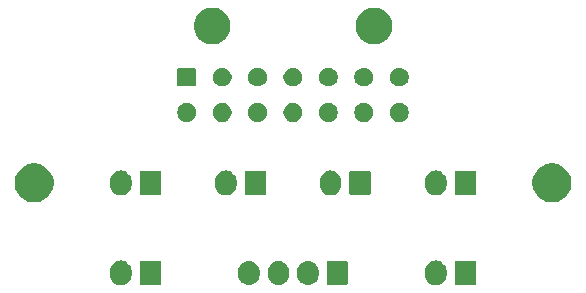
<source format=gbr>
G04 #@! TF.GenerationSoftware,KiCad,Pcbnew,(5.1.5)-3*
G04 #@! TF.CreationDate,2021-06-02T01:16:35-04:00*
G04 #@! TF.ProjectId,Toolhead_PCB,546f6f6c-6865-4616-945f-5043422e6b69,rev?*
G04 #@! TF.SameCoordinates,Original*
G04 #@! TF.FileFunction,Soldermask,Top*
G04 #@! TF.FilePolarity,Negative*
%FSLAX46Y46*%
G04 Gerber Fmt 4.6, Leading zero omitted, Abs format (unit mm)*
G04 Created by KiCad (PCBNEW (5.1.5)-3) date 2021-06-02 01:16:35*
%MOMM*%
%LPD*%
G04 APERTURE LIST*
%ADD10C,0.100000*%
G04 APERTURE END LIST*
D10*
G36*
X85611627Y-106582037D02*
G01*
X85781466Y-106633557D01*
X85937991Y-106717222D01*
X85961359Y-106736400D01*
X86075186Y-106829814D01*
X86158448Y-106931271D01*
X86187778Y-106967009D01*
X86271443Y-107123534D01*
X86322963Y-107293374D01*
X86336000Y-107425743D01*
X86336000Y-107814258D01*
X86322963Y-107946627D01*
X86271443Y-108116466D01*
X86187778Y-108272991D01*
X86158448Y-108308729D01*
X86075186Y-108410186D01*
X85937989Y-108522779D01*
X85805120Y-108593799D01*
X85781465Y-108606443D01*
X85611626Y-108657963D01*
X85435000Y-108675359D01*
X85258373Y-108657963D01*
X85088534Y-108606443D01*
X84932009Y-108522778D01*
X84882822Y-108482411D01*
X84794814Y-108410186D01*
X84682221Y-108272989D01*
X84598558Y-108116467D01*
X84598557Y-108116465D01*
X84547037Y-107946626D01*
X84534000Y-107814257D01*
X84534000Y-107425742D01*
X84547037Y-107293373D01*
X84598557Y-107123534D01*
X84682222Y-106967009D01*
X84794815Y-106829815D01*
X84932010Y-106717222D01*
X85088535Y-106633557D01*
X85258374Y-106582037D01*
X85435000Y-106564641D01*
X85611627Y-106582037D01*
G37*
G36*
X112281627Y-106582037D02*
G01*
X112451466Y-106633557D01*
X112607991Y-106717222D01*
X112631359Y-106736400D01*
X112745186Y-106829814D01*
X112828448Y-106931271D01*
X112857778Y-106967009D01*
X112941443Y-107123534D01*
X112992963Y-107293374D01*
X113006000Y-107425743D01*
X113006000Y-107814258D01*
X112992963Y-107946627D01*
X112941443Y-108116466D01*
X112857778Y-108272991D01*
X112828448Y-108308729D01*
X112745186Y-108410186D01*
X112607989Y-108522779D01*
X112475120Y-108593799D01*
X112451465Y-108606443D01*
X112281626Y-108657963D01*
X112105000Y-108675359D01*
X111928373Y-108657963D01*
X111758534Y-108606443D01*
X111602009Y-108522778D01*
X111552822Y-108482411D01*
X111464814Y-108410186D01*
X111352221Y-108272989D01*
X111268558Y-108116467D01*
X111268557Y-108116465D01*
X111217037Y-107946626D01*
X111204000Y-107814257D01*
X111204000Y-107425742D01*
X111217037Y-107293373D01*
X111268557Y-107123534D01*
X111352222Y-106967009D01*
X111464815Y-106829815D01*
X111602010Y-106717222D01*
X111758535Y-106633557D01*
X111928374Y-106582037D01*
X112105000Y-106564641D01*
X112281627Y-106582037D01*
G37*
G36*
X88693600Y-106572989D02*
G01*
X88726652Y-106583015D01*
X88757103Y-106599292D01*
X88783799Y-106621201D01*
X88805708Y-106647897D01*
X88821985Y-106678348D01*
X88832011Y-106711400D01*
X88836000Y-106751903D01*
X88836000Y-108488097D01*
X88832011Y-108528600D01*
X88821985Y-108561652D01*
X88805708Y-108592103D01*
X88783799Y-108618799D01*
X88757103Y-108640708D01*
X88726652Y-108656985D01*
X88693600Y-108667011D01*
X88653097Y-108671000D01*
X87216903Y-108671000D01*
X87176400Y-108667011D01*
X87143348Y-108656985D01*
X87112897Y-108640708D01*
X87086201Y-108618799D01*
X87064292Y-108592103D01*
X87048015Y-108561652D01*
X87037989Y-108528600D01*
X87034000Y-108488097D01*
X87034000Y-106751903D01*
X87037989Y-106711400D01*
X87048015Y-106678348D01*
X87064292Y-106647897D01*
X87086201Y-106621201D01*
X87112897Y-106599292D01*
X87143348Y-106583015D01*
X87176400Y-106572989D01*
X87216903Y-106569000D01*
X88653097Y-106569000D01*
X88693600Y-106572989D01*
G37*
G36*
X115363600Y-106572989D02*
G01*
X115396652Y-106583015D01*
X115427103Y-106599292D01*
X115453799Y-106621201D01*
X115475708Y-106647897D01*
X115491985Y-106678348D01*
X115502011Y-106711400D01*
X115506000Y-106751903D01*
X115506000Y-108488097D01*
X115502011Y-108528600D01*
X115491985Y-108561652D01*
X115475708Y-108592103D01*
X115453799Y-108618799D01*
X115427103Y-108640708D01*
X115396652Y-108656985D01*
X115363600Y-108667011D01*
X115323097Y-108671000D01*
X113886903Y-108671000D01*
X113846400Y-108667011D01*
X113813348Y-108656985D01*
X113782897Y-108640708D01*
X113756201Y-108618799D01*
X113734292Y-108592103D01*
X113718015Y-108561652D01*
X113707989Y-108528600D01*
X113704000Y-108488097D01*
X113704000Y-106751903D01*
X113707989Y-106711400D01*
X113718015Y-106678348D01*
X113734292Y-106647897D01*
X113756201Y-106621201D01*
X113782897Y-106599292D01*
X113813348Y-106583015D01*
X113846400Y-106572989D01*
X113886903Y-106569000D01*
X115323097Y-106569000D01*
X115363600Y-106572989D01*
G37*
G36*
X96446627Y-106607037D02*
G01*
X96616466Y-106658557D01*
X96772991Y-106742222D01*
X96808729Y-106771552D01*
X96910186Y-106854814D01*
X96993448Y-106956271D01*
X97022778Y-106992009D01*
X97106443Y-107148534D01*
X97157963Y-107318374D01*
X97157963Y-107318376D01*
X97168538Y-107425740D01*
X97171000Y-107450743D01*
X97171000Y-107789258D01*
X97157963Y-107921627D01*
X97106443Y-108091466D01*
X97022778Y-108247991D01*
X97002262Y-108272990D01*
X96910186Y-108385186D01*
X96772989Y-108497779D01*
X96616467Y-108581442D01*
X96616465Y-108581443D01*
X96446626Y-108632963D01*
X96270000Y-108650359D01*
X96093373Y-108632963D01*
X95923534Y-108581443D01*
X95767009Y-108497778D01*
X95718173Y-108457699D01*
X95629814Y-108385186D01*
X95517221Y-108247989D01*
X95433558Y-108091467D01*
X95433557Y-108091465D01*
X95382037Y-107921626D01*
X95375518Y-107855441D01*
X95369000Y-107789259D01*
X95369000Y-107450740D01*
X95382037Y-107318375D01*
X95382037Y-107318373D01*
X95433557Y-107148534D01*
X95517222Y-106992009D01*
X95629815Y-106854815D01*
X95767010Y-106742222D01*
X95923535Y-106658557D01*
X96093374Y-106607037D01*
X96270000Y-106589641D01*
X96446627Y-106607037D01*
G37*
G36*
X98946627Y-106607037D02*
G01*
X99116466Y-106658557D01*
X99272991Y-106742222D01*
X99308729Y-106771552D01*
X99410186Y-106854814D01*
X99493448Y-106956271D01*
X99522778Y-106992009D01*
X99606443Y-107148534D01*
X99657963Y-107318374D01*
X99657963Y-107318376D01*
X99668538Y-107425740D01*
X99671000Y-107450743D01*
X99671000Y-107789258D01*
X99657963Y-107921627D01*
X99606443Y-108091466D01*
X99522778Y-108247991D01*
X99502262Y-108272990D01*
X99410186Y-108385186D01*
X99272989Y-108497779D01*
X99116467Y-108581442D01*
X99116465Y-108581443D01*
X98946626Y-108632963D01*
X98770000Y-108650359D01*
X98593373Y-108632963D01*
X98423534Y-108581443D01*
X98267009Y-108497778D01*
X98218173Y-108457699D01*
X98129814Y-108385186D01*
X98017221Y-108247989D01*
X97933558Y-108091467D01*
X97933557Y-108091465D01*
X97882037Y-107921626D01*
X97875518Y-107855441D01*
X97869000Y-107789259D01*
X97869000Y-107450740D01*
X97882037Y-107318375D01*
X97882037Y-107318373D01*
X97933557Y-107148534D01*
X98017222Y-106992009D01*
X98129815Y-106854815D01*
X98267010Y-106742222D01*
X98423535Y-106658557D01*
X98593374Y-106607037D01*
X98770000Y-106589641D01*
X98946627Y-106607037D01*
G37*
G36*
X101446627Y-106607037D02*
G01*
X101616466Y-106658557D01*
X101772991Y-106742222D01*
X101808729Y-106771552D01*
X101910186Y-106854814D01*
X101993448Y-106956271D01*
X102022778Y-106992009D01*
X102106443Y-107148534D01*
X102157963Y-107318374D01*
X102157963Y-107318376D01*
X102168538Y-107425740D01*
X102171000Y-107450743D01*
X102171000Y-107789258D01*
X102157963Y-107921627D01*
X102106443Y-108091466D01*
X102022778Y-108247991D01*
X102002262Y-108272990D01*
X101910186Y-108385186D01*
X101772989Y-108497779D01*
X101616467Y-108581442D01*
X101616465Y-108581443D01*
X101446626Y-108632963D01*
X101270000Y-108650359D01*
X101093373Y-108632963D01*
X100923534Y-108581443D01*
X100767009Y-108497778D01*
X100718173Y-108457699D01*
X100629814Y-108385186D01*
X100517221Y-108247989D01*
X100433558Y-108091467D01*
X100433557Y-108091465D01*
X100382037Y-107921626D01*
X100375518Y-107855441D01*
X100369000Y-107789259D01*
X100369000Y-107450740D01*
X100382037Y-107318375D01*
X100382037Y-107318373D01*
X100433557Y-107148534D01*
X100517222Y-106992009D01*
X100629815Y-106854815D01*
X100767010Y-106742222D01*
X100923535Y-106658557D01*
X101093374Y-106607037D01*
X101270000Y-106589641D01*
X101446627Y-106607037D01*
G37*
G36*
X104528600Y-106597989D02*
G01*
X104561652Y-106608015D01*
X104592103Y-106624292D01*
X104618799Y-106646201D01*
X104640708Y-106672897D01*
X104656985Y-106703348D01*
X104667011Y-106736400D01*
X104671000Y-106776903D01*
X104671000Y-108463097D01*
X104667011Y-108503600D01*
X104656985Y-108536652D01*
X104640708Y-108567103D01*
X104618799Y-108593799D01*
X104592103Y-108615708D01*
X104561652Y-108631985D01*
X104528600Y-108642011D01*
X104488097Y-108646000D01*
X103051903Y-108646000D01*
X103011400Y-108642011D01*
X102978348Y-108631985D01*
X102947897Y-108615708D01*
X102921201Y-108593799D01*
X102899292Y-108567103D01*
X102883015Y-108536652D01*
X102872989Y-108503600D01*
X102869000Y-108463097D01*
X102869000Y-106776903D01*
X102872989Y-106736400D01*
X102883015Y-106703348D01*
X102899292Y-106672897D01*
X102921201Y-106646201D01*
X102947897Y-106624292D01*
X102978348Y-106608015D01*
X103011400Y-106597989D01*
X103051903Y-106594000D01*
X104488097Y-106594000D01*
X104528600Y-106597989D01*
G37*
G36*
X122295256Y-98391298D02*
G01*
X122401579Y-98412447D01*
X122702042Y-98536903D01*
X122972451Y-98717585D01*
X123202415Y-98947549D01*
X123383097Y-99217958D01*
X123501387Y-99503534D01*
X123507553Y-99518422D01*
X123571000Y-99837389D01*
X123571000Y-100162611D01*
X123538375Y-100326625D01*
X123507553Y-100481579D01*
X123383097Y-100782042D01*
X123202415Y-101052451D01*
X122972451Y-101282415D01*
X122702042Y-101463097D01*
X122401579Y-101587553D01*
X122295256Y-101608702D01*
X122082611Y-101651000D01*
X121757389Y-101651000D01*
X121544744Y-101608702D01*
X121438421Y-101587553D01*
X121137958Y-101463097D01*
X120867549Y-101282415D01*
X120637585Y-101052451D01*
X120456903Y-100782042D01*
X120332447Y-100481579D01*
X120301625Y-100326625D01*
X120269000Y-100162611D01*
X120269000Y-99837389D01*
X120332447Y-99518422D01*
X120338614Y-99503534D01*
X120456903Y-99217958D01*
X120637585Y-98947549D01*
X120867549Y-98717585D01*
X121137958Y-98536903D01*
X121438421Y-98412447D01*
X121544744Y-98391298D01*
X121757389Y-98349000D01*
X122082611Y-98349000D01*
X122295256Y-98391298D01*
G37*
G36*
X78455256Y-98391298D02*
G01*
X78561579Y-98412447D01*
X78862042Y-98536903D01*
X79132451Y-98717585D01*
X79362415Y-98947549D01*
X79543097Y-99217958D01*
X79661387Y-99503534D01*
X79667553Y-99518422D01*
X79731000Y-99837389D01*
X79731000Y-100162611D01*
X79698375Y-100326625D01*
X79667553Y-100481579D01*
X79543097Y-100782042D01*
X79362415Y-101052451D01*
X79132451Y-101282415D01*
X78862042Y-101463097D01*
X78561579Y-101587553D01*
X78455256Y-101608702D01*
X78242611Y-101651000D01*
X77917389Y-101651000D01*
X77704744Y-101608702D01*
X77598421Y-101587553D01*
X77297958Y-101463097D01*
X77027549Y-101282415D01*
X76797585Y-101052451D01*
X76616903Y-100782042D01*
X76492447Y-100481579D01*
X76461625Y-100326625D01*
X76429000Y-100162611D01*
X76429000Y-99837389D01*
X76492447Y-99518422D01*
X76498614Y-99503534D01*
X76616903Y-99217958D01*
X76797585Y-98947549D01*
X77027549Y-98717585D01*
X77297958Y-98536903D01*
X77598421Y-98412447D01*
X77704744Y-98391298D01*
X77917389Y-98349000D01*
X78242611Y-98349000D01*
X78455256Y-98391298D01*
G37*
G36*
X85611627Y-98962037D02*
G01*
X85781466Y-99013557D01*
X85937991Y-99097222D01*
X85973729Y-99126552D01*
X86075186Y-99209814D01*
X86158448Y-99311271D01*
X86187778Y-99347009D01*
X86271443Y-99503534D01*
X86322963Y-99673374D01*
X86336000Y-99805743D01*
X86336000Y-100194258D01*
X86322963Y-100326627D01*
X86271443Y-100496466D01*
X86187778Y-100652991D01*
X86158448Y-100688729D01*
X86075186Y-100790186D01*
X85937989Y-100902779D01*
X85781467Y-100986442D01*
X85781465Y-100986443D01*
X85611626Y-101037963D01*
X85435000Y-101055359D01*
X85258373Y-101037963D01*
X85088534Y-100986443D01*
X84932009Y-100902778D01*
X84889750Y-100868097D01*
X84794814Y-100790186D01*
X84682221Y-100652989D01*
X84598558Y-100496467D01*
X84598557Y-100496465D01*
X84547037Y-100326626D01*
X84534000Y-100194257D01*
X84534000Y-99805742D01*
X84547037Y-99673373D01*
X84598557Y-99503534D01*
X84682222Y-99347009D01*
X84794815Y-99209815D01*
X84932010Y-99097222D01*
X85088535Y-99013557D01*
X85258374Y-98962037D01*
X85435000Y-98944641D01*
X85611627Y-98962037D01*
G37*
G36*
X94501627Y-98962037D02*
G01*
X94671466Y-99013557D01*
X94827991Y-99097222D01*
X94863729Y-99126552D01*
X94965186Y-99209814D01*
X95048448Y-99311271D01*
X95077778Y-99347009D01*
X95161443Y-99503534D01*
X95212963Y-99673374D01*
X95226000Y-99805743D01*
X95226000Y-100194258D01*
X95212963Y-100326627D01*
X95161443Y-100496466D01*
X95077778Y-100652991D01*
X95048448Y-100688729D01*
X94965186Y-100790186D01*
X94827989Y-100902779D01*
X94671467Y-100986442D01*
X94671465Y-100986443D01*
X94501626Y-101037963D01*
X94325000Y-101055359D01*
X94148373Y-101037963D01*
X93978534Y-100986443D01*
X93822009Y-100902778D01*
X93779750Y-100868097D01*
X93684814Y-100790186D01*
X93572221Y-100652989D01*
X93488558Y-100496467D01*
X93488557Y-100496465D01*
X93437037Y-100326626D01*
X93424000Y-100194257D01*
X93424000Y-99805742D01*
X93437037Y-99673373D01*
X93488557Y-99503534D01*
X93572222Y-99347009D01*
X93684815Y-99209815D01*
X93822010Y-99097222D01*
X93978535Y-99013557D01*
X94148374Y-98962037D01*
X94325000Y-98944641D01*
X94501627Y-98962037D01*
G37*
G36*
X103351627Y-98962037D02*
G01*
X103521466Y-99013557D01*
X103677991Y-99097222D01*
X103713729Y-99126552D01*
X103815186Y-99209814D01*
X103898448Y-99311271D01*
X103927778Y-99347009D01*
X104011443Y-99503534D01*
X104062963Y-99673374D01*
X104076000Y-99805743D01*
X104076000Y-100194258D01*
X104062963Y-100326627D01*
X104011443Y-100496466D01*
X103927778Y-100652991D01*
X103898448Y-100688729D01*
X103815186Y-100790186D01*
X103677989Y-100902779D01*
X103521467Y-100986442D01*
X103521465Y-100986443D01*
X103351626Y-101037963D01*
X103175000Y-101055359D01*
X102998373Y-101037963D01*
X102828534Y-100986443D01*
X102672009Y-100902778D01*
X102629750Y-100868097D01*
X102534814Y-100790186D01*
X102422221Y-100652989D01*
X102338558Y-100496467D01*
X102338557Y-100496465D01*
X102287037Y-100326626D01*
X102274000Y-100194257D01*
X102274000Y-99805742D01*
X102287037Y-99673373D01*
X102338557Y-99503534D01*
X102422222Y-99347009D01*
X102534815Y-99209815D01*
X102672010Y-99097222D01*
X102828535Y-99013557D01*
X102998374Y-98962037D01*
X103175000Y-98944641D01*
X103351627Y-98962037D01*
G37*
G36*
X112281627Y-98962037D02*
G01*
X112451466Y-99013557D01*
X112607991Y-99097222D01*
X112643729Y-99126552D01*
X112745186Y-99209814D01*
X112828448Y-99311271D01*
X112857778Y-99347009D01*
X112941443Y-99503534D01*
X112992963Y-99673374D01*
X113006000Y-99805743D01*
X113006000Y-100194258D01*
X112992963Y-100326627D01*
X112941443Y-100496466D01*
X112857778Y-100652991D01*
X112828448Y-100688729D01*
X112745186Y-100790186D01*
X112607989Y-100902779D01*
X112451467Y-100986442D01*
X112451465Y-100986443D01*
X112281626Y-101037963D01*
X112105000Y-101055359D01*
X111928373Y-101037963D01*
X111758534Y-100986443D01*
X111602009Y-100902778D01*
X111559750Y-100868097D01*
X111464814Y-100790186D01*
X111352221Y-100652989D01*
X111268558Y-100496467D01*
X111268557Y-100496465D01*
X111217037Y-100326626D01*
X111204000Y-100194257D01*
X111204000Y-99805742D01*
X111217037Y-99673373D01*
X111268557Y-99503534D01*
X111352222Y-99347009D01*
X111464815Y-99209815D01*
X111602010Y-99097222D01*
X111758535Y-99013557D01*
X111928374Y-98962037D01*
X112105000Y-98944641D01*
X112281627Y-98962037D01*
G37*
G36*
X115363600Y-98952989D02*
G01*
X115396652Y-98963015D01*
X115427103Y-98979292D01*
X115453799Y-99001201D01*
X115475708Y-99027897D01*
X115491985Y-99058348D01*
X115502011Y-99091400D01*
X115506000Y-99131903D01*
X115506000Y-100868097D01*
X115502011Y-100908600D01*
X115491985Y-100941652D01*
X115475708Y-100972103D01*
X115453799Y-100998799D01*
X115427103Y-101020708D01*
X115396652Y-101036985D01*
X115363600Y-101047011D01*
X115323097Y-101051000D01*
X113886903Y-101051000D01*
X113846400Y-101047011D01*
X113813348Y-101036985D01*
X113782897Y-101020708D01*
X113756201Y-100998799D01*
X113734292Y-100972103D01*
X113718015Y-100941652D01*
X113707989Y-100908600D01*
X113704000Y-100868097D01*
X113704000Y-99131903D01*
X113707989Y-99091400D01*
X113718015Y-99058348D01*
X113734292Y-99027897D01*
X113756201Y-99001201D01*
X113782897Y-98979292D01*
X113813348Y-98963015D01*
X113846400Y-98952989D01*
X113886903Y-98949000D01*
X115323097Y-98949000D01*
X115363600Y-98952989D01*
G37*
G36*
X106433600Y-98952989D02*
G01*
X106466652Y-98963015D01*
X106497103Y-98979292D01*
X106523799Y-99001201D01*
X106545708Y-99027897D01*
X106561985Y-99058348D01*
X106572011Y-99091400D01*
X106576000Y-99131903D01*
X106576000Y-100868097D01*
X106572011Y-100908600D01*
X106561985Y-100941652D01*
X106545708Y-100972103D01*
X106523799Y-100998799D01*
X106497103Y-101020708D01*
X106466652Y-101036985D01*
X106433600Y-101047011D01*
X106393097Y-101051000D01*
X104956903Y-101051000D01*
X104916400Y-101047011D01*
X104883348Y-101036985D01*
X104852897Y-101020708D01*
X104826201Y-100998799D01*
X104804292Y-100972103D01*
X104788015Y-100941652D01*
X104777989Y-100908600D01*
X104774000Y-100868097D01*
X104774000Y-99131903D01*
X104777989Y-99091400D01*
X104788015Y-99058348D01*
X104804292Y-99027897D01*
X104826201Y-99001201D01*
X104852897Y-98979292D01*
X104883348Y-98963015D01*
X104916400Y-98952989D01*
X104956903Y-98949000D01*
X106393097Y-98949000D01*
X106433600Y-98952989D01*
G37*
G36*
X97583600Y-98952989D02*
G01*
X97616652Y-98963015D01*
X97647103Y-98979292D01*
X97673799Y-99001201D01*
X97695708Y-99027897D01*
X97711985Y-99058348D01*
X97722011Y-99091400D01*
X97726000Y-99131903D01*
X97726000Y-100868097D01*
X97722011Y-100908600D01*
X97711985Y-100941652D01*
X97695708Y-100972103D01*
X97673799Y-100998799D01*
X97647103Y-101020708D01*
X97616652Y-101036985D01*
X97583600Y-101047011D01*
X97543097Y-101051000D01*
X96106903Y-101051000D01*
X96066400Y-101047011D01*
X96033348Y-101036985D01*
X96002897Y-101020708D01*
X95976201Y-100998799D01*
X95954292Y-100972103D01*
X95938015Y-100941652D01*
X95927989Y-100908600D01*
X95924000Y-100868097D01*
X95924000Y-99131903D01*
X95927989Y-99091400D01*
X95938015Y-99058348D01*
X95954292Y-99027897D01*
X95976201Y-99001201D01*
X96002897Y-98979292D01*
X96033348Y-98963015D01*
X96066400Y-98952989D01*
X96106903Y-98949000D01*
X97543097Y-98949000D01*
X97583600Y-98952989D01*
G37*
G36*
X88693600Y-98952989D02*
G01*
X88726652Y-98963015D01*
X88757103Y-98979292D01*
X88783799Y-99001201D01*
X88805708Y-99027897D01*
X88821985Y-99058348D01*
X88832011Y-99091400D01*
X88836000Y-99131903D01*
X88836000Y-100868097D01*
X88832011Y-100908600D01*
X88821985Y-100941652D01*
X88805708Y-100972103D01*
X88783799Y-100998799D01*
X88757103Y-101020708D01*
X88726652Y-101036985D01*
X88693600Y-101047011D01*
X88653097Y-101051000D01*
X87216903Y-101051000D01*
X87176400Y-101047011D01*
X87143348Y-101036985D01*
X87112897Y-101020708D01*
X87086201Y-100998799D01*
X87064292Y-100972103D01*
X87048015Y-100941652D01*
X87037989Y-100908600D01*
X87034000Y-100868097D01*
X87034000Y-99131903D01*
X87037989Y-99091400D01*
X87048015Y-99058348D01*
X87064292Y-99027897D01*
X87086201Y-99001201D01*
X87112897Y-98979292D01*
X87143348Y-98963015D01*
X87176400Y-98952989D01*
X87216903Y-98949000D01*
X88653097Y-98949000D01*
X88693600Y-98952989D01*
G37*
G36*
X94233642Y-93259781D02*
G01*
X94379414Y-93320162D01*
X94379416Y-93320163D01*
X94510608Y-93407822D01*
X94622178Y-93519392D01*
X94709837Y-93650584D01*
X94709838Y-93650586D01*
X94770219Y-93796358D01*
X94801000Y-93951107D01*
X94801000Y-94108893D01*
X94770219Y-94263642D01*
X94709838Y-94409414D01*
X94709837Y-94409416D01*
X94622178Y-94540608D01*
X94510608Y-94652178D01*
X94379416Y-94739837D01*
X94379415Y-94739838D01*
X94379414Y-94739838D01*
X94233642Y-94800219D01*
X94078893Y-94831000D01*
X93921107Y-94831000D01*
X93766358Y-94800219D01*
X93620586Y-94739838D01*
X93620585Y-94739838D01*
X93620584Y-94739837D01*
X93489392Y-94652178D01*
X93377822Y-94540608D01*
X93290163Y-94409416D01*
X93290162Y-94409414D01*
X93229781Y-94263642D01*
X93199000Y-94108893D01*
X93199000Y-93951107D01*
X93229781Y-93796358D01*
X93290162Y-93650586D01*
X93290163Y-93650584D01*
X93377822Y-93519392D01*
X93489392Y-93407822D01*
X93620584Y-93320163D01*
X93620586Y-93320162D01*
X93766358Y-93259781D01*
X93921107Y-93229000D01*
X94078893Y-93229000D01*
X94233642Y-93259781D01*
G37*
G36*
X97233642Y-93259781D02*
G01*
X97379414Y-93320162D01*
X97379416Y-93320163D01*
X97510608Y-93407822D01*
X97622178Y-93519392D01*
X97709837Y-93650584D01*
X97709838Y-93650586D01*
X97770219Y-93796358D01*
X97801000Y-93951107D01*
X97801000Y-94108893D01*
X97770219Y-94263642D01*
X97709838Y-94409414D01*
X97709837Y-94409416D01*
X97622178Y-94540608D01*
X97510608Y-94652178D01*
X97379416Y-94739837D01*
X97379415Y-94739838D01*
X97379414Y-94739838D01*
X97233642Y-94800219D01*
X97078893Y-94831000D01*
X96921107Y-94831000D01*
X96766358Y-94800219D01*
X96620586Y-94739838D01*
X96620585Y-94739838D01*
X96620584Y-94739837D01*
X96489392Y-94652178D01*
X96377822Y-94540608D01*
X96290163Y-94409416D01*
X96290162Y-94409414D01*
X96229781Y-94263642D01*
X96199000Y-94108893D01*
X96199000Y-93951107D01*
X96229781Y-93796358D01*
X96290162Y-93650586D01*
X96290163Y-93650584D01*
X96377822Y-93519392D01*
X96489392Y-93407822D01*
X96620584Y-93320163D01*
X96620586Y-93320162D01*
X96766358Y-93259781D01*
X96921107Y-93229000D01*
X97078893Y-93229000D01*
X97233642Y-93259781D01*
G37*
G36*
X106233642Y-93259781D02*
G01*
X106379414Y-93320162D01*
X106379416Y-93320163D01*
X106510608Y-93407822D01*
X106622178Y-93519392D01*
X106709837Y-93650584D01*
X106709838Y-93650586D01*
X106770219Y-93796358D01*
X106801000Y-93951107D01*
X106801000Y-94108893D01*
X106770219Y-94263642D01*
X106709838Y-94409414D01*
X106709837Y-94409416D01*
X106622178Y-94540608D01*
X106510608Y-94652178D01*
X106379416Y-94739837D01*
X106379415Y-94739838D01*
X106379414Y-94739838D01*
X106233642Y-94800219D01*
X106078893Y-94831000D01*
X105921107Y-94831000D01*
X105766358Y-94800219D01*
X105620586Y-94739838D01*
X105620585Y-94739838D01*
X105620584Y-94739837D01*
X105489392Y-94652178D01*
X105377822Y-94540608D01*
X105290163Y-94409416D01*
X105290162Y-94409414D01*
X105229781Y-94263642D01*
X105199000Y-94108893D01*
X105199000Y-93951107D01*
X105229781Y-93796358D01*
X105290162Y-93650586D01*
X105290163Y-93650584D01*
X105377822Y-93519392D01*
X105489392Y-93407822D01*
X105620584Y-93320163D01*
X105620586Y-93320162D01*
X105766358Y-93259781D01*
X105921107Y-93229000D01*
X106078893Y-93229000D01*
X106233642Y-93259781D01*
G37*
G36*
X91233642Y-93259781D02*
G01*
X91379414Y-93320162D01*
X91379416Y-93320163D01*
X91510608Y-93407822D01*
X91622178Y-93519392D01*
X91709837Y-93650584D01*
X91709838Y-93650586D01*
X91770219Y-93796358D01*
X91801000Y-93951107D01*
X91801000Y-94108893D01*
X91770219Y-94263642D01*
X91709838Y-94409414D01*
X91709837Y-94409416D01*
X91622178Y-94540608D01*
X91510608Y-94652178D01*
X91379416Y-94739837D01*
X91379415Y-94739838D01*
X91379414Y-94739838D01*
X91233642Y-94800219D01*
X91078893Y-94831000D01*
X90921107Y-94831000D01*
X90766358Y-94800219D01*
X90620586Y-94739838D01*
X90620585Y-94739838D01*
X90620584Y-94739837D01*
X90489392Y-94652178D01*
X90377822Y-94540608D01*
X90290163Y-94409416D01*
X90290162Y-94409414D01*
X90229781Y-94263642D01*
X90199000Y-94108893D01*
X90199000Y-93951107D01*
X90229781Y-93796358D01*
X90290162Y-93650586D01*
X90290163Y-93650584D01*
X90377822Y-93519392D01*
X90489392Y-93407822D01*
X90620584Y-93320163D01*
X90620586Y-93320162D01*
X90766358Y-93259781D01*
X90921107Y-93229000D01*
X91078893Y-93229000D01*
X91233642Y-93259781D01*
G37*
G36*
X100233642Y-93259781D02*
G01*
X100379414Y-93320162D01*
X100379416Y-93320163D01*
X100510608Y-93407822D01*
X100622178Y-93519392D01*
X100709837Y-93650584D01*
X100709838Y-93650586D01*
X100770219Y-93796358D01*
X100801000Y-93951107D01*
X100801000Y-94108893D01*
X100770219Y-94263642D01*
X100709838Y-94409414D01*
X100709837Y-94409416D01*
X100622178Y-94540608D01*
X100510608Y-94652178D01*
X100379416Y-94739837D01*
X100379415Y-94739838D01*
X100379414Y-94739838D01*
X100233642Y-94800219D01*
X100078893Y-94831000D01*
X99921107Y-94831000D01*
X99766358Y-94800219D01*
X99620586Y-94739838D01*
X99620585Y-94739838D01*
X99620584Y-94739837D01*
X99489392Y-94652178D01*
X99377822Y-94540608D01*
X99290163Y-94409416D01*
X99290162Y-94409414D01*
X99229781Y-94263642D01*
X99199000Y-94108893D01*
X99199000Y-93951107D01*
X99229781Y-93796358D01*
X99290162Y-93650586D01*
X99290163Y-93650584D01*
X99377822Y-93519392D01*
X99489392Y-93407822D01*
X99620584Y-93320163D01*
X99620586Y-93320162D01*
X99766358Y-93259781D01*
X99921107Y-93229000D01*
X100078893Y-93229000D01*
X100233642Y-93259781D01*
G37*
G36*
X103233642Y-93259781D02*
G01*
X103379414Y-93320162D01*
X103379416Y-93320163D01*
X103510608Y-93407822D01*
X103622178Y-93519392D01*
X103709837Y-93650584D01*
X103709838Y-93650586D01*
X103770219Y-93796358D01*
X103801000Y-93951107D01*
X103801000Y-94108893D01*
X103770219Y-94263642D01*
X103709838Y-94409414D01*
X103709837Y-94409416D01*
X103622178Y-94540608D01*
X103510608Y-94652178D01*
X103379416Y-94739837D01*
X103379415Y-94739838D01*
X103379414Y-94739838D01*
X103233642Y-94800219D01*
X103078893Y-94831000D01*
X102921107Y-94831000D01*
X102766358Y-94800219D01*
X102620586Y-94739838D01*
X102620585Y-94739838D01*
X102620584Y-94739837D01*
X102489392Y-94652178D01*
X102377822Y-94540608D01*
X102290163Y-94409416D01*
X102290162Y-94409414D01*
X102229781Y-94263642D01*
X102199000Y-94108893D01*
X102199000Y-93951107D01*
X102229781Y-93796358D01*
X102290162Y-93650586D01*
X102290163Y-93650584D01*
X102377822Y-93519392D01*
X102489392Y-93407822D01*
X102620584Y-93320163D01*
X102620586Y-93320162D01*
X102766358Y-93259781D01*
X102921107Y-93229000D01*
X103078893Y-93229000D01*
X103233642Y-93259781D01*
G37*
G36*
X109233642Y-93259781D02*
G01*
X109379414Y-93320162D01*
X109379416Y-93320163D01*
X109510608Y-93407822D01*
X109622178Y-93519392D01*
X109709837Y-93650584D01*
X109709838Y-93650586D01*
X109770219Y-93796358D01*
X109801000Y-93951107D01*
X109801000Y-94108893D01*
X109770219Y-94263642D01*
X109709838Y-94409414D01*
X109709837Y-94409416D01*
X109622178Y-94540608D01*
X109510608Y-94652178D01*
X109379416Y-94739837D01*
X109379415Y-94739838D01*
X109379414Y-94739838D01*
X109233642Y-94800219D01*
X109078893Y-94831000D01*
X108921107Y-94831000D01*
X108766358Y-94800219D01*
X108620586Y-94739838D01*
X108620585Y-94739838D01*
X108620584Y-94739837D01*
X108489392Y-94652178D01*
X108377822Y-94540608D01*
X108290163Y-94409416D01*
X108290162Y-94409414D01*
X108229781Y-94263642D01*
X108199000Y-94108893D01*
X108199000Y-93951107D01*
X108229781Y-93796358D01*
X108290162Y-93650586D01*
X108290163Y-93650584D01*
X108377822Y-93519392D01*
X108489392Y-93407822D01*
X108620584Y-93320163D01*
X108620586Y-93320162D01*
X108766358Y-93259781D01*
X108921107Y-93229000D01*
X109078893Y-93229000D01*
X109233642Y-93259781D01*
G37*
G36*
X94233642Y-90259781D02*
G01*
X94357208Y-90310964D01*
X94379416Y-90320163D01*
X94510608Y-90407822D01*
X94622178Y-90519392D01*
X94709837Y-90650584D01*
X94709838Y-90650586D01*
X94770219Y-90796358D01*
X94801000Y-90951107D01*
X94801000Y-91108893D01*
X94770219Y-91263642D01*
X94709838Y-91409414D01*
X94709837Y-91409416D01*
X94622178Y-91540608D01*
X94510608Y-91652178D01*
X94379416Y-91739837D01*
X94379415Y-91739838D01*
X94379414Y-91739838D01*
X94233642Y-91800219D01*
X94078893Y-91831000D01*
X93921107Y-91831000D01*
X93766358Y-91800219D01*
X93620586Y-91739838D01*
X93620585Y-91739838D01*
X93620584Y-91739837D01*
X93489392Y-91652178D01*
X93377822Y-91540608D01*
X93290163Y-91409416D01*
X93290162Y-91409414D01*
X93229781Y-91263642D01*
X93199000Y-91108893D01*
X93199000Y-90951107D01*
X93229781Y-90796358D01*
X93290162Y-90650586D01*
X93290163Y-90650584D01*
X93377822Y-90519392D01*
X93489392Y-90407822D01*
X93620584Y-90320163D01*
X93642792Y-90310964D01*
X93766358Y-90259781D01*
X93921107Y-90229000D01*
X94078893Y-90229000D01*
X94233642Y-90259781D01*
G37*
G36*
X91653048Y-90233122D02*
G01*
X91687387Y-90243539D01*
X91719036Y-90260456D01*
X91746778Y-90283222D01*
X91769544Y-90310964D01*
X91786461Y-90342613D01*
X91796878Y-90376952D01*
X91801000Y-90418807D01*
X91801000Y-91641193D01*
X91796878Y-91683048D01*
X91786461Y-91717387D01*
X91769544Y-91749036D01*
X91746778Y-91776778D01*
X91719036Y-91799544D01*
X91687387Y-91816461D01*
X91653048Y-91826878D01*
X91611193Y-91831000D01*
X90388807Y-91831000D01*
X90346952Y-91826878D01*
X90312613Y-91816461D01*
X90280964Y-91799544D01*
X90253222Y-91776778D01*
X90230456Y-91749036D01*
X90213539Y-91717387D01*
X90203122Y-91683048D01*
X90199000Y-91641193D01*
X90199000Y-90418807D01*
X90203122Y-90376952D01*
X90213539Y-90342613D01*
X90230456Y-90310964D01*
X90253222Y-90283222D01*
X90280964Y-90260456D01*
X90312613Y-90243539D01*
X90346952Y-90233122D01*
X90388807Y-90229000D01*
X91611193Y-90229000D01*
X91653048Y-90233122D01*
G37*
G36*
X97233642Y-90259781D02*
G01*
X97357208Y-90310964D01*
X97379416Y-90320163D01*
X97510608Y-90407822D01*
X97622178Y-90519392D01*
X97709837Y-90650584D01*
X97709838Y-90650586D01*
X97770219Y-90796358D01*
X97801000Y-90951107D01*
X97801000Y-91108893D01*
X97770219Y-91263642D01*
X97709838Y-91409414D01*
X97709837Y-91409416D01*
X97622178Y-91540608D01*
X97510608Y-91652178D01*
X97379416Y-91739837D01*
X97379415Y-91739838D01*
X97379414Y-91739838D01*
X97233642Y-91800219D01*
X97078893Y-91831000D01*
X96921107Y-91831000D01*
X96766358Y-91800219D01*
X96620586Y-91739838D01*
X96620585Y-91739838D01*
X96620584Y-91739837D01*
X96489392Y-91652178D01*
X96377822Y-91540608D01*
X96290163Y-91409416D01*
X96290162Y-91409414D01*
X96229781Y-91263642D01*
X96199000Y-91108893D01*
X96199000Y-90951107D01*
X96229781Y-90796358D01*
X96290162Y-90650586D01*
X96290163Y-90650584D01*
X96377822Y-90519392D01*
X96489392Y-90407822D01*
X96620584Y-90320163D01*
X96642792Y-90310964D01*
X96766358Y-90259781D01*
X96921107Y-90229000D01*
X97078893Y-90229000D01*
X97233642Y-90259781D01*
G37*
G36*
X100233642Y-90259781D02*
G01*
X100357208Y-90310964D01*
X100379416Y-90320163D01*
X100510608Y-90407822D01*
X100622178Y-90519392D01*
X100709837Y-90650584D01*
X100709838Y-90650586D01*
X100770219Y-90796358D01*
X100801000Y-90951107D01*
X100801000Y-91108893D01*
X100770219Y-91263642D01*
X100709838Y-91409414D01*
X100709837Y-91409416D01*
X100622178Y-91540608D01*
X100510608Y-91652178D01*
X100379416Y-91739837D01*
X100379415Y-91739838D01*
X100379414Y-91739838D01*
X100233642Y-91800219D01*
X100078893Y-91831000D01*
X99921107Y-91831000D01*
X99766358Y-91800219D01*
X99620586Y-91739838D01*
X99620585Y-91739838D01*
X99620584Y-91739837D01*
X99489392Y-91652178D01*
X99377822Y-91540608D01*
X99290163Y-91409416D01*
X99290162Y-91409414D01*
X99229781Y-91263642D01*
X99199000Y-91108893D01*
X99199000Y-90951107D01*
X99229781Y-90796358D01*
X99290162Y-90650586D01*
X99290163Y-90650584D01*
X99377822Y-90519392D01*
X99489392Y-90407822D01*
X99620584Y-90320163D01*
X99642792Y-90310964D01*
X99766358Y-90259781D01*
X99921107Y-90229000D01*
X100078893Y-90229000D01*
X100233642Y-90259781D01*
G37*
G36*
X103233642Y-90259781D02*
G01*
X103357208Y-90310964D01*
X103379416Y-90320163D01*
X103510608Y-90407822D01*
X103622178Y-90519392D01*
X103709837Y-90650584D01*
X103709838Y-90650586D01*
X103770219Y-90796358D01*
X103801000Y-90951107D01*
X103801000Y-91108893D01*
X103770219Y-91263642D01*
X103709838Y-91409414D01*
X103709837Y-91409416D01*
X103622178Y-91540608D01*
X103510608Y-91652178D01*
X103379416Y-91739837D01*
X103379415Y-91739838D01*
X103379414Y-91739838D01*
X103233642Y-91800219D01*
X103078893Y-91831000D01*
X102921107Y-91831000D01*
X102766358Y-91800219D01*
X102620586Y-91739838D01*
X102620585Y-91739838D01*
X102620584Y-91739837D01*
X102489392Y-91652178D01*
X102377822Y-91540608D01*
X102290163Y-91409416D01*
X102290162Y-91409414D01*
X102229781Y-91263642D01*
X102199000Y-91108893D01*
X102199000Y-90951107D01*
X102229781Y-90796358D01*
X102290162Y-90650586D01*
X102290163Y-90650584D01*
X102377822Y-90519392D01*
X102489392Y-90407822D01*
X102620584Y-90320163D01*
X102642792Y-90310964D01*
X102766358Y-90259781D01*
X102921107Y-90229000D01*
X103078893Y-90229000D01*
X103233642Y-90259781D01*
G37*
G36*
X106233642Y-90259781D02*
G01*
X106357208Y-90310964D01*
X106379416Y-90320163D01*
X106510608Y-90407822D01*
X106622178Y-90519392D01*
X106709837Y-90650584D01*
X106709838Y-90650586D01*
X106770219Y-90796358D01*
X106801000Y-90951107D01*
X106801000Y-91108893D01*
X106770219Y-91263642D01*
X106709838Y-91409414D01*
X106709837Y-91409416D01*
X106622178Y-91540608D01*
X106510608Y-91652178D01*
X106379416Y-91739837D01*
X106379415Y-91739838D01*
X106379414Y-91739838D01*
X106233642Y-91800219D01*
X106078893Y-91831000D01*
X105921107Y-91831000D01*
X105766358Y-91800219D01*
X105620586Y-91739838D01*
X105620585Y-91739838D01*
X105620584Y-91739837D01*
X105489392Y-91652178D01*
X105377822Y-91540608D01*
X105290163Y-91409416D01*
X105290162Y-91409414D01*
X105229781Y-91263642D01*
X105199000Y-91108893D01*
X105199000Y-90951107D01*
X105229781Y-90796358D01*
X105290162Y-90650586D01*
X105290163Y-90650584D01*
X105377822Y-90519392D01*
X105489392Y-90407822D01*
X105620584Y-90320163D01*
X105642792Y-90310964D01*
X105766358Y-90259781D01*
X105921107Y-90229000D01*
X106078893Y-90229000D01*
X106233642Y-90259781D01*
G37*
G36*
X109233642Y-90259781D02*
G01*
X109357208Y-90310964D01*
X109379416Y-90320163D01*
X109510608Y-90407822D01*
X109622178Y-90519392D01*
X109709837Y-90650584D01*
X109709838Y-90650586D01*
X109770219Y-90796358D01*
X109801000Y-90951107D01*
X109801000Y-91108893D01*
X109770219Y-91263642D01*
X109709838Y-91409414D01*
X109709837Y-91409416D01*
X109622178Y-91540608D01*
X109510608Y-91652178D01*
X109379416Y-91739837D01*
X109379415Y-91739838D01*
X109379414Y-91739838D01*
X109233642Y-91800219D01*
X109078893Y-91831000D01*
X108921107Y-91831000D01*
X108766358Y-91800219D01*
X108620586Y-91739838D01*
X108620585Y-91739838D01*
X108620584Y-91739837D01*
X108489392Y-91652178D01*
X108377822Y-91540608D01*
X108290163Y-91409416D01*
X108290162Y-91409414D01*
X108229781Y-91263642D01*
X108199000Y-91108893D01*
X108199000Y-90951107D01*
X108229781Y-90796358D01*
X108290162Y-90650586D01*
X108290163Y-90650584D01*
X108377822Y-90519392D01*
X108489392Y-90407822D01*
X108620584Y-90320163D01*
X108642792Y-90310964D01*
X108766358Y-90259781D01*
X108921107Y-90229000D01*
X109078893Y-90229000D01*
X109233642Y-90259781D01*
G37*
G36*
X107162585Y-85188802D02*
G01*
X107312410Y-85218604D01*
X107594674Y-85335521D01*
X107848705Y-85505259D01*
X108064741Y-85721295D01*
X108234479Y-85975326D01*
X108351396Y-86257590D01*
X108411000Y-86557240D01*
X108411000Y-86862760D01*
X108351396Y-87162410D01*
X108234479Y-87444674D01*
X108064741Y-87698705D01*
X107848705Y-87914741D01*
X107594674Y-88084479D01*
X107312410Y-88201396D01*
X107162585Y-88231198D01*
X107012761Y-88261000D01*
X106707239Y-88261000D01*
X106557415Y-88231198D01*
X106407590Y-88201396D01*
X106125326Y-88084479D01*
X105871295Y-87914741D01*
X105655259Y-87698705D01*
X105485521Y-87444674D01*
X105368604Y-87162410D01*
X105309000Y-86862760D01*
X105309000Y-86557240D01*
X105368604Y-86257590D01*
X105485521Y-85975326D01*
X105655259Y-85721295D01*
X105871295Y-85505259D01*
X106125326Y-85335521D01*
X106407590Y-85218604D01*
X106557415Y-85188802D01*
X106707239Y-85159000D01*
X107012761Y-85159000D01*
X107162585Y-85188802D01*
G37*
G36*
X93462585Y-85188802D02*
G01*
X93612410Y-85218604D01*
X93894674Y-85335521D01*
X94148705Y-85505259D01*
X94364741Y-85721295D01*
X94534479Y-85975326D01*
X94651396Y-86257590D01*
X94711000Y-86557240D01*
X94711000Y-86862760D01*
X94651396Y-87162410D01*
X94534479Y-87444674D01*
X94364741Y-87698705D01*
X94148705Y-87914741D01*
X93894674Y-88084479D01*
X93612410Y-88201396D01*
X93462585Y-88231198D01*
X93312761Y-88261000D01*
X93007239Y-88261000D01*
X92857415Y-88231198D01*
X92707590Y-88201396D01*
X92425326Y-88084479D01*
X92171295Y-87914741D01*
X91955259Y-87698705D01*
X91785521Y-87444674D01*
X91668604Y-87162410D01*
X91609000Y-86862760D01*
X91609000Y-86557240D01*
X91668604Y-86257590D01*
X91785521Y-85975326D01*
X91955259Y-85721295D01*
X92171295Y-85505259D01*
X92425326Y-85335521D01*
X92707590Y-85218604D01*
X92857415Y-85188802D01*
X93007239Y-85159000D01*
X93312761Y-85159000D01*
X93462585Y-85188802D01*
G37*
M02*

</source>
